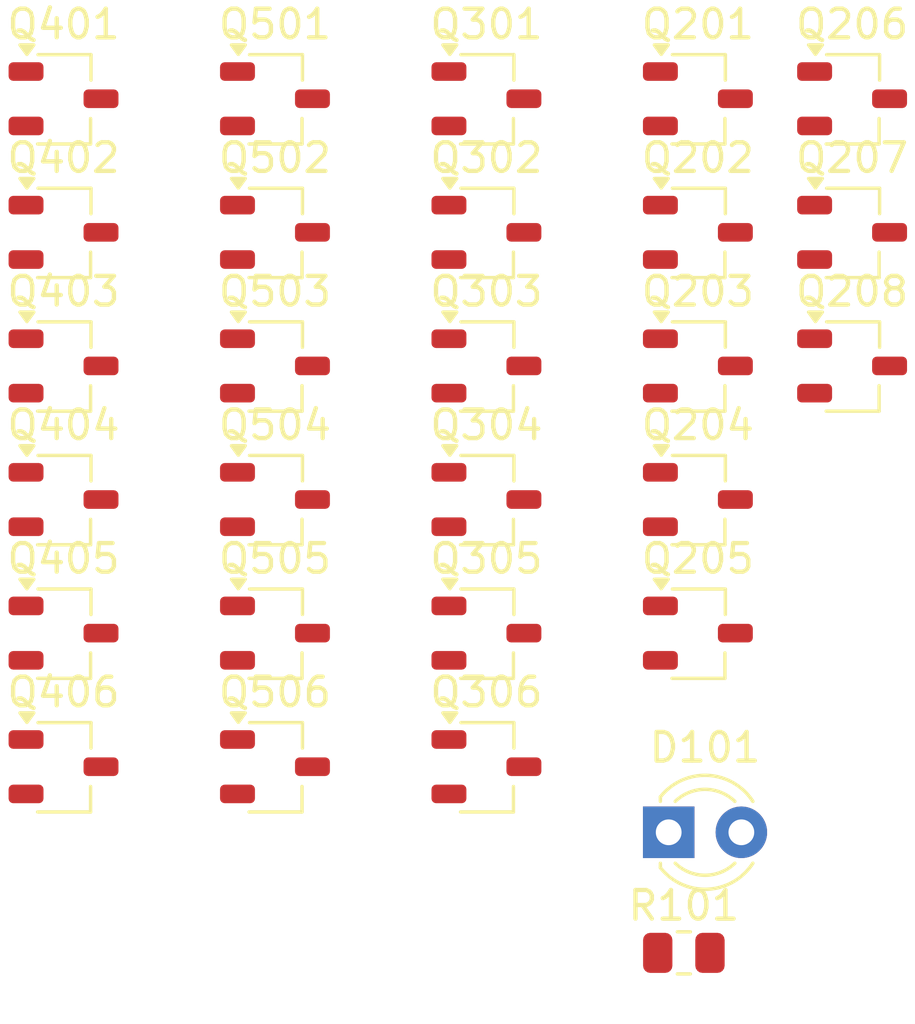
<source format=kicad_pcb>
(kicad_pcb (version 20241229) (generator "pcbnew") (generator_version "9.0")
  (layers (0 "F.Cu" signal) (2 "B.Cu" signal) (13 "F.Paste" user) (15 "B.Paste" user) (5 "F.SilkS" user "F.Silkscreen") (7 "B.SilkS" user "B.Silkscreen") (1 "F.Mask" user) (3 "B.Mask" user) (25 "Edge.Cuts" user))
  (net 0 "")
  (net 1 "GND")
  (net 2 "Net-(D101-A)")
  (net 3 "Net-(Q201-D)")
  (net 4 "/CTRL1")
  (net 5 "VCC")
  (net 6 "/CTRL0")
  (net 7 "Net-(Q203-S)")
  (net 8 "Net-(Q204-S)")
  (net 9 "/CTRL4")
  (net 10 "/and3_1/Y")
  (net 11 "/CTRL2")
  (net 12 "Net-(Q301-D)")
  (net 13 "Net-(Q302-D)")
  (net 14 "/CTRL3")
  (net 15 "/and2_1/A")
  (net 16 "Net-(Q401-D)")
  (net 17 "Net-(Q402-D)")
  (net 18 "/and2_1/Y")
  (net 19 "/or2_2/Y")
  (net 20 "Net-(Q501-D)")
  (net 21 "Net-(Q502-S)")
  (footprint "Package_TO_SOT_SMD:TSOT-23" (layer "F.Cu") (at 128.1875 92.005)
    (property "Reference" "Q303" (at 0 -2.6 0) (layer "F.SilkS"))
    (property "Value" "PMOS")
    (fp_line (start 0.945 0.69) (end 0.945 1.58) (stroke (width 0.12)) (layer "F.SilkS"))
    (fp_line (start 0.945 1.58) (end -0.905 1.58) (stroke (width 0.12)) (layer "F.SilkS"))
    (fp_line (start 0.96 -1.54) (end -0.89 -1.54) (stroke (width 0.12)) (layer "F.SilkS"))
    (fp_line (start 0.96 -1.54) (end 0.96 -0.65) (stroke (width 0.12)) (layer "F.SilkS"))
    (fp_poly (pts (xy -1.28 -1.55) (xy -1.52 -1.88) (xy -1.04 -1.88) (xy -1.28 -1.55)) (stroke (width 0.12)) (fill yes) (layer "F.SilkS"))
    (pad "1" smd roundrect (at -1.31 -0.95) (size 1.22 0.65) (layers "F.Cu" "F.Mask" "F.Paste") (net 12 "Net-(Q301-D)"))
    (pad "2" smd roundrect (at -1.31 0.95) (size 1.22 0.65) (layers "F.Cu" "F.Mask" "F.Paste") (net 14 "/CTRL3"))
    (pad "3" smd roundrect (at 1.31 0) (size 1.22 0.65) (layers "F.Cu" "F.Mask" "F.Paste") (net 13 "Net-(Q302-D)"))
  )
  (footprint "Package_TO_SOT_SMD:TSOT-23" (layer "F.Cu") (at 135.5775 82.675)
    (property "Reference" "Q201" (at 0 -2.6 0) (layer "F.SilkS"))
    (property "Value" "PMOS")
    (fp_line (start 0.945 0.69) (end 0.945 1.58) (stroke (width 0.12)) (layer "F.SilkS"))
    (fp_line (start 0.945 1.58) (end -0.905 1.58) (stroke (width 0.12)) (layer "F.SilkS"))
    (fp_line (start 0.96 -1.54) (end -0.89 -1.54) (stroke (width 0.12)) (layer "F.SilkS"))
    (fp_line (start 0.96 -1.54) (end 0.96 -0.65) (stroke (width 0.12)) (layer "F.SilkS"))
    (fp_poly (pts (xy -1.28 -1.55) (xy -1.52 -1.88) (xy -1.04 -1.88) (xy -1.28 -1.55)) (stroke (width 0.12)) (fill yes) (layer "F.SilkS"))
    (pad "1" smd roundrect (at -1.31 -0.95) (size 1.22 0.65) (layers "F.Cu" "F.Mask" "F.Paste") (net 3 "Net-(Q201-D)"))
    (pad "2" smd roundrect (at -1.31 0.95) (size 1.22 0.65) (layers "F.Cu" "F.Mask" "F.Paste") (net 4 "/CTRL1"))
    (pad "3" smd roundrect (at 1.31 0) (size 1.22 0.65) (layers "F.Cu" "F.Mask" "F.Paste") (net 5 "VCC"))
  )
  (footprint "Package_TO_SOT_SMD:TSOT-23" (layer "F.Cu") (at 120.7975 87.34)
    (property "Reference" "Q502" (at 0 -2.6 0) (layer "F.SilkS"))
    (property "Value" "NMOS")
    (fp_line (start 0.945 0.69) (end 0.945 1.58) (stroke (width 0.12)) (layer "F.SilkS"))
    (fp_line (start 0.945 1.58) (end -0.905 1.58) (stroke (width 0.12)) (layer "F.SilkS"))
    (fp_line (start 0.96 -1.54) (end -0.89 -1.54) (stroke (width 0.12)) (layer "F.SilkS"))
    (fp_line (start 0.96 -1.54) (end 0.96 -0.65) (stroke (width 0.12)) (layer "F.SilkS"))
    (fp_poly (pts (xy -1.28 -1.55) (xy -1.52 -1.88) (xy -1.04 -1.88) (xy -1.28 -1.55)) (stroke (width 0.12)) (fill yes) (layer "F.SilkS"))
    (pad "1" smd roundrect (at -1.31 -0.95) (size 1.22 0.65) (layers "F.Cu" "F.Mask" "F.Paste") (net 20 "Net-(Q501-D)"))
    (pad "2" smd roundrect (at -1.31 0.95) (size 1.22 0.65) (layers "F.Cu" "F.Mask" "F.Paste") (net 9 "/CTRL4"))
    (pad "3" smd roundrect (at 1.31 0) (size 1.22 0.65) (layers "F.Cu" "F.Mask" "F.Paste") (net 21 "Net-(Q502-S)"))
  )
  (footprint "Package_TO_SOT_SMD:TSOT-23" (layer "F.Cu") (at 120.7975 96.67)
    (property "Reference" "Q504" (at 0 -2.6 0) (layer "F.SilkS"))
    (property "Value" "PMOS")
    (fp_line (start 0.945 0.69) (end 0.945 1.58) (stroke (width 0.12)) (layer "F.SilkS"))
    (fp_line (start 0.945 1.58) (end -0.905 1.58) (stroke (width 0.12)) (layer "F.SilkS"))
    (fp_line (start 0.96 -1.54) (end -0.89 -1.54) (stroke (width 0.12)) (layer "F.SilkS"))
    (fp_line (start 0.96 -1.54) (end 0.96 -0.65) (stroke (width 0.12)) (layer "F.SilkS"))
    (fp_poly (pts (xy -1.28 -1.55) (xy -1.52 -1.88) (xy -1.04 -1.88) (xy -1.28 -1.55)) (stroke (width 0.12)) (fill yes) (layer "F.SilkS"))
    (pad "1" smd roundrect (at -1.31 -0.95) (size 1.22 0.65) (layers "F.Cu" "F.Mask" "F.Paste") (net 20 "Net-(Q501-D)"))
    (pad "2" smd roundrect (at -1.31 0.95) (size 1.22 0.65) (layers "F.Cu" "F.Mask" "F.Paste") (net 9 "/CTRL4"))
    (pad "3" smd roundrect (at 1.31 0) (size 1.22 0.65) (layers "F.Cu" "F.Mask" "F.Paste") (net 5 "VCC"))
  )
  (footprint "Package_TO_SOT_SMD:TSOT-23" (layer "F.Cu") (at 113.4075 106)
    (property "Reference" "Q406" (at 0 -2.6 0) (layer "F.SilkS"))
    (property "Value" "NMOS")
    (fp_line (start 0.945 0.69) (end 0.945 1.58) (stroke (width 0.12)) (layer "F.SilkS"))
    (fp_line (start 0.945 1.58) (end -0.905 1.58) (stroke (width 0.12)) (layer "F.SilkS"))
    (fp_line (start 0.96 -1.54) (end -0.89 -1.54) (stroke (width 0.12)) (layer "F.SilkS"))
    (fp_line (start 0.96 -1.54) (end 0.96 -0.65) (stroke (width 0.12)) (layer "F.SilkS"))
    (fp_poly (pts (xy -1.28 -1.55) (xy -1.52 -1.88) (xy -1.04 -1.88) (xy -1.28 -1.55)) (stroke (width 0.12)) (fill yes) (layer "F.SilkS"))
    (pad "1" smd roundrect (at -1.31 -0.95) (size 1.22 0.65) (layers "F.Cu" "F.Mask" "F.Paste") (net 19 "/or2_2/Y"))
    (pad "2" smd roundrect (at -1.31 0.95) (size 1.22 0.65) (layers "F.Cu" "F.Mask" "F.Paste") (net 16 "Net-(Q401-D)"))
    (pad "3" smd roundrect (at 1.31 0) (size 1.22 0.65) (layers "F.Cu" "F.Mask" "F.Paste") (net 1 "GND"))
  )
  (footprint "Package_TO_SOT_SMD:TSOT-23" (layer "F.Cu") (at 113.4075 101.335)
    (property "Reference" "Q405" (at 0 -2.6 0) (layer "F.SilkS"))
    (property "Value" "PMOS")
    (fp_line (start 0.945 0.69) (end 0.945 1.58) (stroke (width 0.12)) (layer "F.SilkS"))
    (fp_line (start 0.945 1.58) (end -0.905 1.58) (stroke (width 0.12)) (layer "F.SilkS"))
    (fp_line (start 0.96 -1.54) (end -0.89 -1.54) (stroke (width 0.12)) (layer "F.SilkS"))
    (fp_line (start 0.96 -1.54) (end 0.96 -0.65) (stroke (width 0.12)) (layer "F.SilkS"))
    (fp_poly (pts (xy -1.28 -1.55) (xy -1.52 -1.88) (xy -1.04 -1.88) (xy -1.28 -1.55)) (stroke (width 0.12)) (fill yes) (layer "F.SilkS"))
    (pad "1" smd roundrect (at -1.31 -0.95) (size 1.22 0.65) (layers "F.Cu" "F.Mask" "F.Paste") (net 19 "/or2_2/Y"))
    (pad "2" smd roundrect (at -1.31 0.95) (size 1.22 0.65) (layers "F.Cu" "F.Mask" "F.Paste") (net 16 "Net-(Q401-D)"))
    (pad "3" smd roundrect (at 1.31 0) (size 1.22 0.65) (layers "F.Cu" "F.Mask" "F.Paste") (net 5 "VCC"))
  )
  (footprint "Package_TO_SOT_SMD:TSOT-23" (layer "F.Cu") (at 120.7975 92.005)
    (property "Reference" "Q503" (at 0 -2.6 0) (layer "F.SilkS"))
    (property "Value" "NMOS")
    (fp_line (start 0.945 0.69) (end 0.945 1.58) (stroke (width 0.12)) (layer "F.SilkS"))
    (fp_line (start 0.945 1.58) (end -0.905 1.58) (stroke (width 0.12)) (layer "F.SilkS"))
    (fp_line (start 0.96 -1.54) (end -0.89 -1.54) (stroke (width 0.12)) (layer "F.SilkS"))
    (fp_line (start 0.96 -1.54) (end 0.96 -0.65) (stroke (width 0.12)) (layer "F.SilkS"))
    (fp_poly (pts (xy -1.28 -1.55) (xy -1.52 -1.88) (xy -1.04 -1.88) (xy -1.28 -1.55)) (stroke (width 0.12)) (fill yes) (layer "F.SilkS"))
    (pad "1" smd roundrect (at -1.31 -0.95) (size 1.22 0.65) (layers "F.Cu" "F.Mask" "F.Paste") (net 21 "Net-(Q502-S)"))
    (pad "2" smd roundrect (at -1.31 0.95) (size 1.22 0.65) (layers "F.Cu" "F.Mask" "F.Paste") (net 15 "/and2_1/A"))
    (pad "3" smd roundrect (at 1.31 0) (size 1.22 0.65) (layers "F.Cu" "F.Mask" "F.Paste") (net 1 "GND"))
  )
  (footprint "Package_TO_SOT_SMD:TSOT-23" (layer "F.Cu") (at 135.5775 92.005)
    (property "Reference" "Q203" (at 0 -2.6 0) (layer "F.SilkS"))
    (property "Value" "NMOS")
    (fp_line (start 0.945 0.69) (end 0.945 1.58) (stroke (width 0.12)) (layer "F.SilkS"))
    (fp_line (start 0.945 1.58) (end -0.905 1.58) (stroke (width 0.12)) (layer "F.SilkS"))
    (fp_line (start 0.96 -1.54) (end -0.89 -1.54) (stroke (width 0.12)) (layer "F.SilkS"))
    (fp_line (start 0.96 -1.54) (end 0.96 -0.65) (stroke (width 0.12)) (layer "F.SilkS"))
    (fp_poly (pts (xy -1.28 -1.55) (xy -1.52 -1.88) (xy -1.04 -1.88) (xy -1.28 -1.55)) (stroke (width 0.12)) (fill yes) (layer "F.SilkS"))
    (pad "1" smd roundrect (at -1.31 -0.95) (size 1.22 0.65) (layers "F.Cu" "F.Mask" "F.Paste") (net 3 "Net-(Q201-D)"))
    (pad "2" smd roundrect (at -1.31 0.95) (size 1.22 0.65) (layers "F.Cu" "F.Mask" "F.Paste") (net 4 "/CTRL1"))
    (pad "3" smd roundrect (at 1.31 0) (size 1.22 0.65) (layers "F.Cu" "F.Mask" "F.Paste") (net 7 "Net-(Q203-S)"))
  )
  (footprint "Package_TO_SOT_SMD:TSOT-23" (layer "F.Cu") (at 128.1875 96.67)
    (property "Reference" "Q304" (at 0 -2.6 0) (layer "F.SilkS"))
    (property "Value" "NMOS")
    (fp_line (start 0.945 0.69) (end 0.945 1.58) (stroke (width 0.12)) (layer "F.SilkS"))
    (fp_line (start 0.945 1.58) (end -0.905 1.58) (stroke (width 0.12)) (layer "F.SilkS"))
    (fp_line (start 0.96 -1.54) (end -0.89 -1.54) (stroke (width 0.12)) (layer "F.SilkS"))
    (fp_line (start 0.96 -1.54) (end 0.96 -0.65) (stroke (width 0.12)) (layer "F.SilkS"))
    (fp_poly (pts (xy -1.28 -1.55) (xy -1.52 -1.88) (xy -1.04 -1.88) (xy -1.28 -1.55)) (stroke (width 0.12)) (fill yes) (layer "F.SilkS"))
    (pad "1" smd roundrect (at -1.31 -0.95) (size 1.22 0.65) (layers "F.Cu" "F.Mask" "F.Paste") (net 12 "Net-(Q301-D)"))
    (pad "2" smd roundrect (at -1.31 0.95) (size 1.22 0.65) (layers "F.Cu" "F.Mask" "F.Paste") (net 14 "/CTRL3"))
    (pad "3" smd roundrect (at 1.31 0) (size 1.22 0.65) (layers "F.Cu" "F.Mask" "F.Paste") (net 1 "GND"))
  )
  (footprint "Package_TO_SOT_SMD:TSOT-23" (layer "F.Cu") (at 128.1875 106)
    (property "Reference" "Q306" (at 0 -2.6 0) (layer "F.SilkS"))
    (property "Value" "NMOS")
    (fp_line (start 0.945 0.69) (end 0.945 1.58) (stroke (width 0.12)) (layer "F.SilkS"))
    (fp_line (start 0.945 1.58) (end -0.905 1.58) (stroke (width 0.12)) (layer "F.SilkS"))
    (fp_line (start 0.96 -1.54) (end -0.89 -1.54) (stroke (width 0.12)) (layer "F.SilkS"))
    (fp_line (start 0.96 -1.54) (end 0.96 -0.65) (stroke (width 0.12)) (layer "F.SilkS"))
    (fp_poly (pts (xy -1.28 -1.55) (xy -1.52 -1.88) (xy -1.04 -1.88) (xy -1.28 -1.55)) (stroke (width 0.12)) (fill yes) (layer "F.SilkS"))
    (pad "1" smd roundrect (at -1.31 -0.95) (size 1.22 0.65) (layers "F.Cu" "F.Mask" "F.Paste") (net 15 "/and2_1/A"))
    (pad "2" smd roundrect (at -1.31 0.95) (size 1.22 0.65) (layers "F.Cu" "F.Mask" "F.Paste") (net 12 "Net-(Q301-D)"))
    (pad "3" smd roundrect (at 1.31 0) (size 1.22 0.65) (layers "F.Cu" "F.Mask" "F.Paste") (net 1 "GND"))
  )
  (footprint "Package_TO_SOT_SMD:TSOT-23" (layer "F.Cu") (at 113.4075 82.675)
    (property "Reference" "Q401" (at 0 -2.6 0) (layer "F.SilkS"))
    (property "Value" "NMOS")
    (fp_line (start 0.945 0.69) (end 0.945 1.58) (stroke (width 0.12)) (layer "F.SilkS"))
    (fp_line (start 0.945 1.58) (end -0.905 1.58) (stroke (width 0.12)) (layer "F.SilkS"))
    (fp_line (start 0.96 -1.54) (end -0.89 -1.54) (stroke (width 0.12)) (layer "F.SilkS"))
    (fp_line (start 0.96 -1.54) (end 0.96 -0.65) (stroke (width 0.12)) (layer "F.SilkS"))
    (fp_poly (pts (xy -1.28 -1.55) (xy -1.52 -1.88) (xy -1.04 -1.88) (xy -1.28 -1.55)) (stroke (width 0.12)) (fill yes) (layer "F.SilkS"))
    (pad "1" smd roundrect (at -1.31 -0.95) (size 1.22 0.65) (layers "F.Cu" "F.Mask" "F.Paste") (net 16 "Net-(Q401-D)"))
    (pad "2" smd roundrect (at -1.31 0.95) (size 1.22 0.65) (layers "F.Cu" "F.Mask" "F.Paste") (net 10 "/and3_1/Y"))
    (pad "3" smd roundrect (at 1.31 0) (size 1.22 0.65) (layers "F.Cu" "F.Mask" "F.Paste") (net 1 "GND"))
  )
  (footprint "Package_TO_SOT_SMD:TSOT-23" (layer "F.Cu") (at 135.5775 101.335)
    (property "Reference" "Q205" (at 0 -2.6 0) (layer "F.SilkS"))
    (property "Value" "NMOS")
    (fp_line (start 0.945 0.69) (end 0.945 1.58) (stroke (width 0.12)) (layer "F.SilkS"))
    (fp_line (start 0.945 1.58) (end -0.905 1.58) (stroke (width 0.12)) (layer "F.SilkS"))
    (fp_line (start 0.96 -1.54) (end -0.89 -1.54) (stroke (width 0.12)) (layer "F.SilkS"))
    (fp_line (start 0.96 -1.54) (end 0.96 -0.65) (stroke (width 0.12)) (layer "F.SilkS"))
    (fp_poly (pts (xy -1.28 -1.55) (xy -1.52 -1.88) (xy -1.04 -1.88) (xy -1.28 -1.55)) (stroke (width 0.12)) (fill yes) (layer "F.SilkS"))
    (pad "1" smd roundrect (at -1.31 -0.95) (size 1.22 0.65) (layers "F.Cu" "F.Mask" "F.Paste") (net 8 "Net-(Q204-S)"))
    (pad "2" smd roundrect (at -1.31 0.95) (size 1.22 0.65) (layers "F.Cu" "F.Mask" "F.Paste") (net 9 "/CTRL4"))
    (pad "3" smd roundrect (at 1.31 0) (size 1.22 0.65) (layers "F.Cu" "F.Mask" "F.Paste") (net 1 "GND"))
  )
  (footprint "Package_TO_SOT_SMD:TSOT-23" (layer "F.Cu") (at 135.5775 96.67)
    (property "Reference" "Q204" (at 0 -2.6 0) (layer "F.SilkS"))
    (property "Value" "NMOS")
    (fp_line (start 0.945 0.69) (end 0.945 1.58) (stroke (width 0.12)) (layer "F.SilkS"))
    (fp_line (start 0.945 1.58) (end -0.905 1.58) (stroke (width 0.12)) (layer "F.SilkS"))
    (fp_line (start 0.96 -1.54) (end -0.89 -1.54) (stroke (width 0.12)) (layer "F.SilkS"))
    (fp_line (start 0.96 -1.54) (end 0.96 -0.65) (stroke (width 0.12)) (layer "F.SilkS"))
    (fp_poly (pts (xy -1.28 -1.55) (xy -1.52 -1.88) (xy -1.04 -1.88) (xy -1.28 -1.55)) (stroke (width 0.12)) (fill yes) (layer "F.SilkS"))
    (pad "1" smd roundrect (at -1.31 -0.95) (size 1.22 0.65) (layers "F.Cu" "F.Mask" "F.Paste") (net 7 "Net-(Q203-S)"))
    (pad "2" smd roundrect (at -1.31 0.95) (size 1.22 0.65) (layers "F.Cu" "F.Mask" "F.Paste") (net 6 "/CTRL0"))
    (pad "3" smd roundrect (at 1.31 0) (size 1.22 0.65) (layers "F.Cu" "F.Mask" "F.Paste") (net 8 "Net-(Q204-S)"))
  )
  (footprint "Package_TO_SOT_SMD:TSOT-23" (layer "F.Cu") (at 128.1875 87.34)
    (property "Reference" "Q302" (at 0 -2.6 0) (layer "F.SilkS"))
    (property "Value" "PMOS")
    (fp_line (start 0.945 0.69) (end 0.945 1.58) (stroke (width 0.12)) (layer "F.SilkS"))
    (fp_line (start 0.945 1.58) (end -0.905 1.58) (stroke (width 0.12)) (layer "F.SilkS"))
    (fp_line (start 0.96 -1.54) (end -0.89 -1.54) (stroke (width 0.12)) (layer "F.SilkS"))
    (fp_line (start 0.96 -1.54) (end 0.96 -0.65) (stroke (width 0.12)) (layer "F.SilkS"))
    (fp_poly (pts (xy -1.28 -1.55) (xy -1.52 -1.88) (xy -1.04 -1.88) (xy -1.28 -1.55)) (stroke (width 0.12)) (fill yes) (layer "F.SilkS"))
    (pad "1" smd roundrect (at -1.31 -0.95) (size 1.22 0.65) (layers "F.Cu" "F.Mask" "F.Paste") (net 13 "Net-(Q302-D)"))
    (pad "2" smd roundrect (at -1.31 0.95) (size 1.22 0.65) (layers "F.Cu" "F.Mask" "F.Paste") (net 11 "/CTRL2"))
    (pad "3" smd roundrect (at 1.31 0) (size 1.22 0.65) (layers "F.Cu" "F.Mask" "F.Paste") (net 5 "VCC"))
  )
  (footprint "Package_TO_SOT_SMD:TSOT-23" (layer "F.Cu") (at 128.1875 82.675)
    (property "Reference" "Q301" (at 0 -2.6 0) (layer "F.SilkS"))
    (property "Value" "NMOS")
    (fp_line (start 0.945 0.69) (end 0.945 1.58) (stroke (width 0.12)) (layer "F.SilkS"))
    (fp_line (start 0.945 1.58) (end -0.905 1.58) (stroke (width 0.12)) (layer "F.SilkS"))
    (fp_line (start 0.96 -1.54) (end -0.89 -1.54) (stroke (width 0.12)) (layer "F.SilkS"))
    (fp_line (start 0.96 -1.54) (end 0.96 -0.65) (stroke (width 0.12)) (layer "F.SilkS"))
    (fp_poly (pts (xy -1.28 -1.55) (xy -1.52 -1.88) (xy -1.04 -1.88) (xy -1.28 -1.55)) (stroke (width 0.12)) (fill yes) (layer "F.SilkS"))
    (pad "1" smd roundrect (at -1.31 -0.95) (size 1.22 0.65) (layers "F.Cu" "F.Mask" "F.Paste") (net 12 "Net-(Q301-D)"))
    (pad "2" smd roundrect (at -1.31 0.95) (size 1.22 0.65) (layers "F.Cu" "F.Mask" "F.Paste") (net 11 "/CTRL2"))
    (pad "3" smd roundrect (at 1.31 0) (size 1.22 0.65) (layers "F.Cu" "F.Mask" "F.Paste") (net 1 "GND"))
  )
  (footprint "Package_TO_SOT_SMD:TSOT-23" (layer "F.Cu") (at 135.5775 87.34)
    (property "Reference" "Q202" (at 0 -2.6 0) (layer "F.SilkS"))
    (property "Value" "PMOS")
    (fp_line (start 0.945 0.69) (end 0.945 1.58) (stroke (width 0.12)) (layer "F.SilkS"))
    (fp_line (start 0.945 1.58) (end -0.905 1.58) (stroke (width 0.12)) (layer "F.SilkS"))
    (fp_line (start 0.96 -1.54) (end -0.89 -1.54) (stroke (width 0.12)) (layer "F.SilkS"))
    (fp_line (start 0.96 -1.54) (end 0.96 -0.65) (stroke (width 0.12)) (layer "F.SilkS"))
    (fp_poly (pts (xy -1.28 -1.55) (xy -1.52 -1.88) (xy -1.04 -1.88) (xy -1.28 -1.55)) (stroke (width 0.12)) (fill yes) (layer "F.SilkS"))
    (pad "1" smd roundrect (at -1.31 -0.95) (size 1.22 0.65) (layers "F.Cu" "F.Mask" "F.Paste") (net 3 "Net-(Q201-D)"))
    (pad "2" smd roundrect (at -1.31 0.95) (size 1.22 0.65) (layers "F.Cu" "F.Mask" "F.Paste") (net 6 "/CTRL0"))
    (pad "3" smd roundrect (at 1.31 0) (size 1.22 0.65) (layers "F.Cu" "F.Mask" "F.Paste") (net 5 "VCC"))
  )
  (footprint "Package_TO_SOT_SMD:TSOT-23" (layer "F.Cu") (at 113.4075 92.005)
    (property "Reference" "Q403" (at 0 -2.6 0) (layer "F.SilkS"))
    (property "Value" "PMOS")
    (fp_line (start 0.945 0.69) (end 0.945 1.58) (stroke (width 0.12)) (layer "F.SilkS"))
    (fp_line (start 0.945 1.58) (end -0.905 1.58) (stroke (width 0.12)) (layer "F.SilkS"))
    (fp_line (start 0.96 -1.54) (end -0.89 -1.54) (stroke (width 0.12)) (layer "F.SilkS"))
    (fp_line (start 0.96 -1.54) (end 0.96 -0.65) (stroke (width 0.12)) (layer "F.SilkS"))
    (fp_poly (pts (xy -1.28 -1.55) (xy -1.52 -1.88) (xy -1.04 -1.88) (xy -1.28 -1.55)) (stroke (width 0.12)) (fill yes) (layer "F.SilkS"))
    (pad "1" smd roundrect (at -1.31 -0.95) (size 1.22 0.65) (layers "F.Cu" "F.Mask" "F.Paste") (net 16 "Net-(Q401-D)"))
    (pad "2" smd roundrect (at -1.31 0.95) (size 1.22 0.65) (layers "F.Cu" "F.Mask" "F.Paste") (net 18 "/and2_1/Y"))
    (pad "3" smd roundrect (at 1.31 0) (size 1.22 0.65) (layers "F.Cu" "F.Mask" "F.Paste") (net 17 "Net-(Q402-D)"))
  )
  (footprint "Package_TO_SOT_SMD:TSOT-23" (layer "F.Cu") (at 120.7975 101.335)
    (property "Reference" "Q505" (at 0 -2.6 0) (layer "F.SilkS"))
    (property "Value" "PMOS")
    (fp_line (start 0.945 0.69) (end 0.945 1.58) (stroke (width 0.12)) (layer "F.SilkS"))
    (fp_line (start 0.945 1.58) (end -0.905 1.58) (stroke (width 0.12)) (layer "F.SilkS"))
    (fp_line (start 0.96 -1.54) (end -0.89 -1.54) (stroke (width 0.12)) (layer "F.SilkS"))
    (fp_line (start 0.96 -1.54) (end 0.96 -0.65) (stroke (width 0.12)) (layer "F.SilkS"))
    (fp_poly (pts (xy -1.28 -1.55) (xy -1.52 -1.88) (xy -1.04 -1.88) (xy -1.28 -1.55)) (stroke (width 0.12)) (fill yes) (layer "F.SilkS"))
    (pad "1" smd roundrect (at -1.31 -0.95) (size 1.22 0.65) (layers "F.Cu" "F.Mask" "F.Paste") (net 18 "/and2_1/Y"))
    (pad "2" smd roundrect (at -1.31 0.95) (size 1.22 0.65) (layers "F.Cu" "F.Mask" "F.Paste") (net 20 "Net-(Q501-D)"))
    (pad "3" smd roundrect (at 1.31 0) (size 1.22 0.65) (layers "F.Cu" "F.Mask" "F.Paste") (net 5 "VCC"))
  )
  (footprint "Package_TO_SOT_SMD:TSOT-23" (layer "F.Cu") (at 140.9675 82.675)
    (property "Reference" "Q206" (at 0 -2.6 0) (layer "F.SilkS"))
    (property "Value" "PMOS")
    (fp_line (start 0.945 0.69) (end 0.945 1.58) (stroke (width 0.12)) (layer "F.SilkS"))
    (fp_line (start 0.945 1.58) (end -0.905 1.58) (stroke (width 0.12)) (layer "F.SilkS"))
    (fp_line (start 0.96 -1.54) (end -0.89 -1.54) (stroke (width 0.12)) (layer "F.SilkS"))
    (fp_line (start 0.96 -1.54) (end 0.96 -0.65) (stroke (width 0.12)) (layer "F.SilkS"))
    (fp_poly (pts (xy -1.28 -1.55) (xy -1.52 -1.88) (xy -1.04 -1.88) (xy -1.28 -1.55)) (stroke (width 0.12)) (fill yes) (layer "F.SilkS"))
    (pad "1" smd roundrect (at -1.31 -0.95) (size 1.22 0.65) (layers "F.Cu" "F.Mask" "F.Paste") (net 3 "Net-(Q201-D)"))
    (pad "2" smd roundrect (at -1.31 0.95) (size 1.22 0.65) (layers "F.Cu" "F.Mask" "F.Paste") (net 9 "/CTRL4"))
    (pad "3" smd roundrect (at 1.31 0) (size 1.22 0.65) (layers "F.Cu" "F.Mask" "F.Paste") (net 5 "VCC"))
  )
  (footprint "Resistor_SMD:R_0805_2012Metric" (layer "F.Cu") (at 135.0875 112.5)
    (property "Reference" "R101" (at 0 -1.65 0) (layer "F.SilkS"))
    (property "Value" "300")
    (fp_line (start -0.227064 -0.735) (end 0.227064 -0.735) (stroke (width 0.12)) (layer "F.SilkS"))
    (fp_line (start -0.227064 0.735) (end 0.227064 0.735) (stroke (width 0.12)) (layer "F.SilkS"))
    (pad "1" smd roundrect (at -0.9125 0) (size 1.025 1.4) (layers "F.Cu" "F.Mask" "F.Paste") (roundrect_rratio 0.243902) (net 2 "Net-(D101-A)"))
    (pad "2" smd roundrect (at 0.9125 0) (size 1.025 1.4) (layers "F.Cu" "F.Mask" "F.Paste") (roundrect_rratio 0.243902) (net 19 "/or2_2/Y"))
  )
  (footprint "Package_TO_SOT_SMD:TSOT-23" (layer "F.Cu") (at 120.7975 106)
    (property "Reference" "Q506" (at 0 -2.6 0) (layer "F.SilkS"))
    (property "Value" "NMOS")
    (fp_line (start 0.945 0.69) (end 0.945 1.58) (stroke (width 0.12)) (layer "F.SilkS"))
    (fp_line (start 0.945 1.58) (end -0.905 1.58) (stroke (width 0.12)) (layer "F.SilkS"))
    (fp_line (start 0.96 -1.54) (end -0.89 -1.54) (stroke (width 0.12)) (layer "F.SilkS"))
    (fp_line (start 0.96 -1.54) (end 0.96 -0.65) (stroke (width 0.12)) (layer "F.SilkS"))
    (fp_poly (pts (xy -1.28 -1.55) (xy -1.52 -1.88) (xy -1.04 -1.88) (xy -1.28 -1.55)) (stroke (width 0.12)) (fill yes) (layer "F.SilkS"))
    (pad "1" smd roundrect (at -1.31 -0.95) (size 1.22 0.65) (layers "F.Cu" "F.Mask" "F.Paste") (net 18 "/and2_1/Y"))
    (pad "2" smd roundrect (at -1.31 0.95) (size 1.22 0.65) (layers "F.Cu" "F.Mask" "F.Paste") (net 20 "Net-(Q501-D)"))
    (pad "3" smd roundrect (at 1.31 0) (size 1.22 0.65) (layers "F.Cu" "F.Mask" "F.Paste") (net 1 "GND"))
  )
  (footprint "Package_TO_SOT_SMD:TSOT-23" (layer "F.Cu") (at 128.1875 101.335)
    (property "Reference" "Q305" (at 0 -2.6 0) (layer "F.SilkS"))
    (property "Value" "PMOS")
    (fp_line (start 0.945 0.69) (end 0.945 1.58) (stroke (width 0.12)) (layer "F.SilkS"))
    (fp_line (start 0.945 1.58) (end -0.905 1.58) (stroke (width 0.12)) (layer "F.SilkS"))
    (fp_line (start 0.96 -1.54) (end -0.89 -1.54) (stroke (width 0.12)) (layer "F.SilkS"))
    (fp_line (start 0.96 -1.54) (end 0.96 -0.65) (stroke (width 0.12)) (layer "F.SilkS"))
    (fp_poly (pts (xy -1.28 -1.55) (xy -1.52 -1.88) (xy -1.04 -1.88) (xy -1.28 -1.55)) (stroke (width 0.12)) (fill yes) (layer "F.SilkS"))
    (pad "1" smd roundrect (at -1.31 -0.95) (size 1.22 0.65) (layers "F.Cu" "F.Mask" "F.Paste") (net 15 "/and2_1/A"))
    (pad "2" smd roundrect (at -1.31 0.95) (size 1.22 0.65) (layers "F.Cu" "F.Mask" "F.Paste") (net 12 "Net-(Q301-D)"))
    (pad "3" smd roundrect (at 1.31 0) (size 1.22 0.65) (layers "F.Cu" "F.Mask" "F.Paste") (net 5 "VCC"))
  )
  (footprint "Package_TO_SOT_SMD:TSOT-23" (layer "F.Cu") (at 120.7975 82.675)
    (property "Reference" "Q501" (at 0 -2.6 0) (layer "F.SilkS"))
    (property "Value" "PMOS")
    (fp_line (start 0.945 0.69) (end 0.945 1.58) (stroke (width 0.12)) (layer "F.SilkS"))
    (fp_line (start 0.945 1.58) (end -0.905 1.58) (stroke (width 0.12)) (layer "F.SilkS"))
    (fp_line (start 0.96 -1.54) (end -0.89 -1.54) (stroke (width 0.12)) (layer "F.SilkS"))
    (fp_line (start 0.96 -1.54) (end 0.96 -0.65) (stroke (width 0.12)) (layer "F.SilkS"))
    (fp_poly (pts (xy -1.28 -1.55) (xy -1.52 -1.88) (xy -1.04 -1.88) (xy -1.28 -1.55)) (stroke (width 0.12)) (fill yes) (layer "F.SilkS"))
    (pad "1" smd roundrect (at -1.31 -0.95) (size 1.22 0.65) (layers "F.Cu" "F.Mask" "F.Paste") (net 20 "Net-(Q501-D)"))
    (pad "2" smd roundrect (at -1.31 0.95) (size 1.22 0.65) (layers "F.Cu" "F.Mask" "F.Paste") (net 15 "/and2_1/A"))
    (pad "3" smd roundrect (at 1.31 0) (size 1.22 0.65) (layers "F.Cu" "F.Mask" "F.Paste") (net 5 "VCC"))
  )
  (footprint "Package_TO_SOT_SMD:TSOT-23" (layer "F.Cu") (at 140.9675 87.34)
    (property "Reference" "Q207" (at 0 -2.6 0) (layer "F.SilkS"))
    (property "Value" "PMOS")
    (fp_line (start 0.945 0.69) (end 0.945 1.58) (stroke (width 0.12)) (layer "F.SilkS"))
    (fp_line (start 0.945 1.58) (end -0.905 1.58) (stroke (width 0.12)) (layer "F.SilkS"))
    (fp_line (start 0.96 -1.54) (end -0.89 -1.54) (stroke (width 0.12)) (layer "F.SilkS"))
    (fp_line (start 0.96 -1.54) (end 0.96 -0.65) (stroke (width 0.12)) (layer "F.SilkS"))
    (fp_poly (pts (xy -1.28 -1.55) (xy -1.52 -1.88) (xy -1.04 -1.88) (xy -1.28 -1.55)) (stroke (width 0.12)) (fill yes) (layer "F.SilkS"))
    (pad "1" smd roundrect (at -1.31 -0.95) (size 1.22 0.65) (layers "F.Cu" "F.Mask" "F.Paste") (net 10 "/and3_1/Y"))
    (pad "2" smd roundrect (at -1.31 0.95) (size 1.22 0.65) (layers "F.Cu" "F.Mask" "F.Paste") (net 3 "Net-(Q201-D)"))
    (pad "3" smd roundrect (at 1.31 0) (size 1.22 0.65) (layers "F.Cu" "F.Mask" "F.Paste") (net 5 "VCC"))
  )
  (footprint "Package_TO_SOT_SMD:TSOT-23" (layer "F.Cu") (at 113.4075 87.34)
    (property "Reference" "Q402" (at 0 -2.6 0) (layer "F.SilkS"))
    (property "Value" "PMOS")
    (fp_line (start 0.945 0.69) (end 0.945 1.58) (stroke (width 0.12)) (layer "F.SilkS"))
    (fp_line (start 0.945 1.58) (end -0.905 1.58) (stroke (width 0.12)) (layer "F.SilkS"))
    (fp_line (start 0.96 -1.54) (end -0.89 -1.54) (stroke (width 0.12)) (layer "F.SilkS"))
    (fp_line (start 0.96 -1.54) (end 0.96 -0.65) (stroke (width 0.12)) (layer "F.SilkS"))
    (fp_poly (pts (xy -1.28 -1.55) (xy -1.52 -1.88) (xy -1.04 -1.88) (xy -1.28 -1.55)) (stroke (width 0.12)) (fill yes) (layer "F.SilkS"))
    (pad "1" smd roundrect (at -1.31 -0.95) (size 1.22 0.65) (layers "F.Cu" "F.Mask" "F.Paste") (net 17 "Net-(Q402-D)"))
    (pad "2" smd roundrect (at -1.31 0.95) (size 1.22 0.65) (layers "F.Cu" "F.Mask" "F.Paste") (net 10 "/and3_1/Y"))
    (pad "3" smd roundrect (at 1.31 0) (size 1.22 0.65) (layers "F.Cu" "F.Mask" "F.Paste") (net 5 "VCC"))
  )
  (footprint "LED_THT:LED_D3.0mm" (layer "F.Cu") (at 134.5575 108.29)
    (property "Reference" "D101" (at 1.27 -2.96 0) (layer "F.SilkS"))
    (property "Value" "LED")
    (fp_line (start -0.29 -1.236) (end -0.29 -1.08) (stroke (width 0.12)) (layer "F.SilkS"))
    (fp_line (start -0.29 1.08) (end -0.29 1.236) (stroke (width 0.12)) (layer "F.SilkS"))
    (fp_arc (start -0.29 -1.235516) (mid 1.36566 -1.987699) (end 2.941437 -1.08) (stroke (width 0.12)) (layer "F.SilkS"))
    (fp_arc (start 0.229039 -1.08) (mid 1.27 -1.5) (end 2.310961 -1.08) (stroke (width 0.12)) (layer "F.SilkS"))
    (fp_arc (start 2.310961 1.08) (mid 1.27 1.5) (end 0.229039 1.08) (stroke (width 0.12)) (layer "F.SilkS"))
    (fp_arc (start 2.941437 1.08) (mid 1.36566 1.987699) (end -0.29 1.235516) (stroke (width 0.12)) (layer "F.SilkS"))
    (pad "1" thru_hole rect (at 0 0) (size 1.8 1.8) (drill 0.9) (layers "*.Cu" "*.Mask") (net 1 "GND"))
    (pad "2" thru_hole circle (at 2.54 0) (size 1.8 1.8) (drill 0.9) (layers "*.Cu" "*.Mask") (net 2 "Net-(D101-A)"))
  )
  (footprint "Package_TO_SOT_SMD:TSOT-23" (layer "F.Cu") (at 113.4075 96.67)
    (property "Reference" "Q404" (at 0 -2.6 0) (layer "F.SilkS"))
    (property "Value" "NMOS")
    (fp_line (start 0.945 0.69) (end 0.945 1.58) (stroke (width 0.12)) (layer "F.SilkS"))
    (fp_line (start 0.945 1.58) (end -0.905 1.58) (stroke (width 0.12)) (layer "F.SilkS"))
    (fp_line (start 0.96 -1.54) (end -0.89 -1.54) (stroke (width 0.12)) (layer "F.SilkS"))
    (fp_line (start 0.96 -1.54) (end 0.96 -0.65) (stroke (width 0.12)) (layer "F.SilkS"))
    (fp_poly (pts (xy -1.28 -1.55) (xy -1.52 -1.88) (xy -1.04 -1.88) (xy -1.28 -1.55)) (stroke (width 0.12)) (fill yes) (layer "F.SilkS"))
    (pad "1" smd roundrect (at -1.31 -0.95) (size 1.22 0.65) (layers "F.Cu" "F.Mask" "F.Paste") (net 16 "Net-(Q401-D)"))
    (pad "2" smd roundrect (at -1.31 0.95) (size 1.22 0.65) (layers "F.Cu" "F.Mask" "F.Paste") (net 18 "/and2_1/Y"))
    (pad "3" smd roundrect (at 1.31 0) (size 1.22 0.65) (layers "F.Cu" "F.Mask" "F.Paste") (net 1 "GND"))
  )
  (footprint "Package_TO_SOT_SMD:TSOT-23" (layer "F.Cu") (at 140.9675 92.005)
    (property "Reference" "Q208" (at 0 -2.6 0) (layer "F.SilkS"))
    (property "Value" "NMOS")
    (fp_line (start 0.945 0.69) (end 0.945 1.58) (stroke (width 0.12)) (layer "F.SilkS"))
    (fp_line (start 0.945 1.58) (end -0.905 1.58) (stroke (width 0.12)) (layer "F.SilkS"))
    (fp_line (start 0.96 -1.54) (end -0.89 -1.54) (stroke (width 0.12)) (layer "F.SilkS"))
    (fp_line (start 0.96 -1.54) (end 0.96 -0.65) (stroke (width 0.12)) (layer "F.SilkS"))
    (fp_poly (pts (xy -1.28 -1.55) (xy -1.52 -1.88) (xy -1.04 -1.88) (xy -1.28 -1.55)) (stroke (width 0.12)) (fill yes) (layer "F.SilkS"))
    (pad "1" smd roundrect (at -1.31 -0.95) (size 1.22 0.65) (layers "F.Cu" "F.Mask" "F.Paste") (net 10 "/and3_1/Y"))
    (pad "2" smd roundrect (at -1.31 0.95) (size 1.22 0.65) (layers "F.Cu" "F.Mask" "F.Paste") (net 3 "Net-(Q201-D)"))
    (pad "3" smd roundrect (at 1.31 0) (size 1.22 0.65) (layers "F.Cu" "F.Mask" "F.Paste") (net 1 "GND"))
  )
)
</source>
